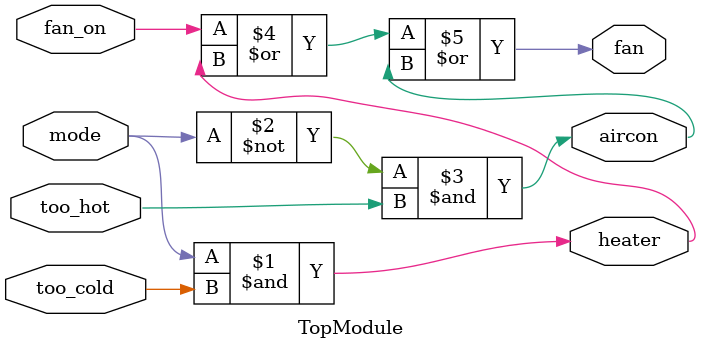
<source format=sv>

`timescale 1ns/1ps
module TopModule (
    input  wire mode,      // 1 → heating, 0 → cooling
    input  wire too_cold,  // asserted when temperature is too low
    input  wire too_hot,   // asserted when temperature is too high
    input  wire fan_on,    // user‑requested fan
    output wire heater,    // heater ON/OFF
    output wire aircon,    // air‑conditioner ON/OFF
    output wire fan        // blower fan ON/OFF
);

// Heater is on only in heating mode and when the room is too cold
assign heater = mode & too_cold;

// Air‑conditioner is on only in cooling mode and when the room is too hot
assign aircon = (~mode) & too_hot;

// Fan is on if either the heater or the air‑con is on,
// or if the user explicitly requests it.
assign fan = fan_on | heater | aircon;

endmodule

// VERILOG-EVAL: errant inclusion of module definition

</source>
